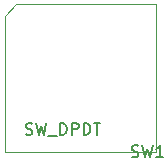
<source format=gbr>
%TF.GenerationSoftware,KiCad,Pcbnew,(6.0.7)*%
%TF.CreationDate,2023-06-23T09:46:05+02:00*%
%TF.ProjectId,switch_breakout,73776974-6368-45f6-9272-65616b6f7574,1.0*%
%TF.SameCoordinates,Original*%
%TF.FileFunction,AssemblyDrawing,Top*%
%FSLAX46Y46*%
G04 Gerber Fmt 4.6, Leading zero omitted, Abs format (unit mm)*
G04 Created by KiCad (PCBNEW (6.0.7)) date 2023-06-23 09:46:05*
%MOMM*%
%LPD*%
G01*
G04 APERTURE LIST*
%ADD10C,0.150000*%
%ADD11C,0.100000*%
G04 APERTURE END LIST*
D10*
%TO.C,SW1*%
X124685952Y-92209761D02*
X124828809Y-92257380D01*
X125066904Y-92257380D01*
X125162142Y-92209761D01*
X125209761Y-92162142D01*
X125257380Y-92066904D01*
X125257380Y-91971666D01*
X125209761Y-91876428D01*
X125162142Y-91828809D01*
X125066904Y-91781190D01*
X124876428Y-91733571D01*
X124781190Y-91685952D01*
X124733571Y-91638333D01*
X124685952Y-91543095D01*
X124685952Y-91447857D01*
X124733571Y-91352619D01*
X124781190Y-91305000D01*
X124876428Y-91257380D01*
X125114523Y-91257380D01*
X125257380Y-91305000D01*
X125590714Y-91257380D02*
X125828809Y-92257380D01*
X126019285Y-91543095D01*
X126209761Y-92257380D01*
X126447857Y-91257380D01*
X126590714Y-92352619D02*
X127352619Y-92352619D01*
X127590714Y-92257380D02*
X127590714Y-91257380D01*
X127828809Y-91257380D01*
X127971666Y-91305000D01*
X128066904Y-91400238D01*
X128114523Y-91495476D01*
X128162142Y-91685952D01*
X128162142Y-91828809D01*
X128114523Y-92019285D01*
X128066904Y-92114523D01*
X127971666Y-92209761D01*
X127828809Y-92257380D01*
X127590714Y-92257380D01*
X128590714Y-92257380D02*
X128590714Y-91257380D01*
X128971666Y-91257380D01*
X129066904Y-91305000D01*
X129114523Y-91352619D01*
X129162142Y-91447857D01*
X129162142Y-91590714D01*
X129114523Y-91685952D01*
X129066904Y-91733571D01*
X128971666Y-91781190D01*
X128590714Y-91781190D01*
X129590714Y-92257380D02*
X129590714Y-91257380D01*
X129828809Y-91257380D01*
X129971666Y-91305000D01*
X130066904Y-91400238D01*
X130114523Y-91495476D01*
X130162142Y-91685952D01*
X130162142Y-91828809D01*
X130114523Y-92019285D01*
X130066904Y-92114523D01*
X129971666Y-92209761D01*
X129828809Y-92257380D01*
X129590714Y-92257380D01*
X130447857Y-91257380D02*
X131019285Y-91257380D01*
X130733571Y-92257380D02*
X130733571Y-91257380D01*
X133666666Y-94109761D02*
X133809523Y-94157380D01*
X134047619Y-94157380D01*
X134142857Y-94109761D01*
X134190476Y-94062142D01*
X134238095Y-93966904D01*
X134238095Y-93871666D01*
X134190476Y-93776428D01*
X134142857Y-93728809D01*
X134047619Y-93681190D01*
X133857142Y-93633571D01*
X133761904Y-93585952D01*
X133714285Y-93538333D01*
X133666666Y-93443095D01*
X133666666Y-93347857D01*
X133714285Y-93252619D01*
X133761904Y-93205000D01*
X133857142Y-93157380D01*
X134095238Y-93157380D01*
X134238095Y-93205000D01*
X134571428Y-93157380D02*
X134809523Y-94157380D01*
X135000000Y-93443095D01*
X135190476Y-94157380D01*
X135428571Y-93157380D01*
X136333333Y-94157380D02*
X135761904Y-94157380D01*
X136047619Y-94157380D02*
X136047619Y-93157380D01*
X135952380Y-93300238D01*
X135857142Y-93395476D01*
X135761904Y-93443095D01*
D11*
X122905000Y-82205000D02*
X123905000Y-81205000D01*
X122905000Y-93705000D02*
X122905000Y-82205000D01*
X135705000Y-93705000D02*
X122905000Y-93705000D01*
X135705000Y-81205000D02*
X135705000Y-93705000D01*
X123905000Y-81205000D02*
X135705000Y-81205000D01*
%TD*%
M02*

</source>
